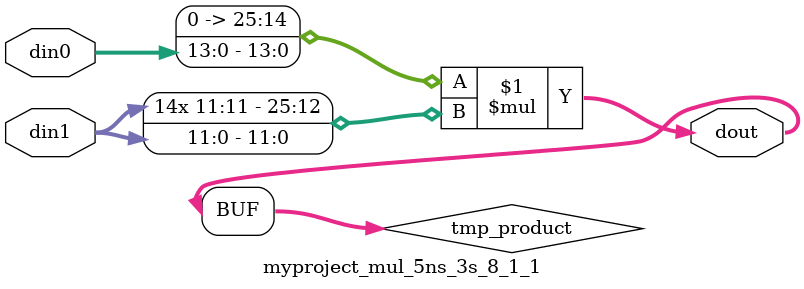
<source format=v>

`timescale 1 ns / 1 ps

 module myproject_mul_5ns_3s_8_1_1(din0, din1, dout);
parameter ID = 1;
parameter NUM_STAGE = 0;
parameter din0_WIDTH = 14;
parameter din1_WIDTH = 12;
parameter dout_WIDTH = 26;

input [din0_WIDTH - 1 : 0] din0; 
input [din1_WIDTH - 1 : 0] din1; 
output [dout_WIDTH - 1 : 0] dout;

wire signed [dout_WIDTH - 1 : 0] tmp_product;

























assign tmp_product = $signed({1'b0, din0}) * $signed(din1);










assign dout = tmp_product;





















endmodule

</source>
